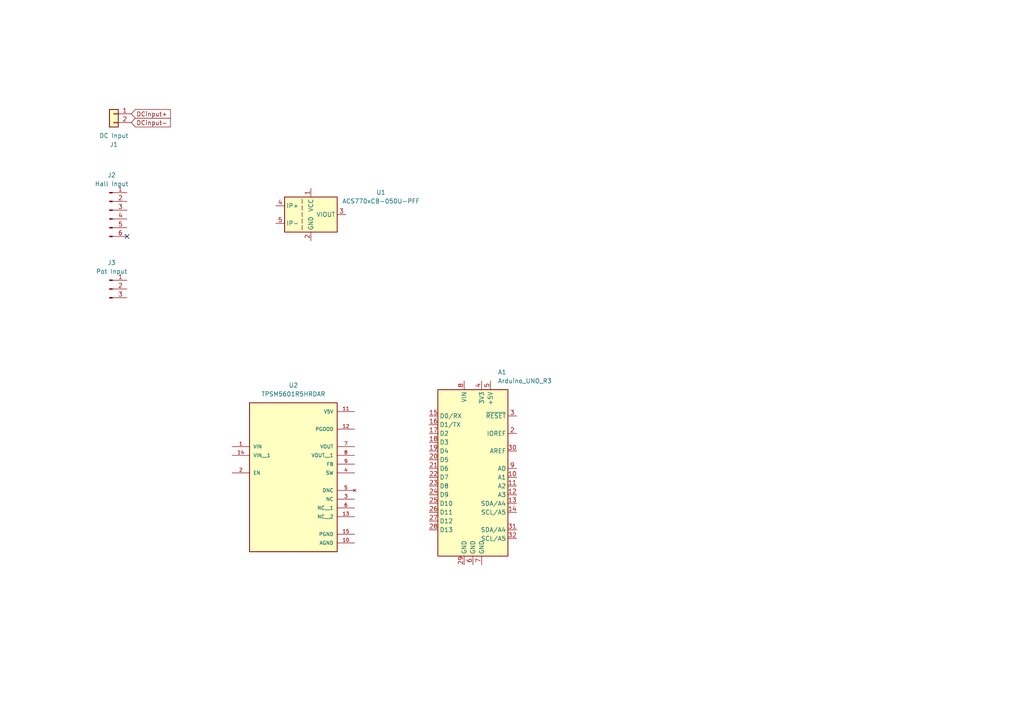
<source format=kicad_sch>
(kicad_sch (version 20250114) (generator "eeschema") (generator_version "9.0")
  (paper "A4")
  (lib_symbols
    (symbol "Connector:Conn_01x03_Pin" (pin_names (offset 1.016) (hide yes))
      (property "Reference" "J" (at 0 5.08 0))
      (property "Value" "Conn_01x03_Pin" (at 0 -5.08 0))
      (symbol "Conn_01x03_Pin_1_1"
        (rectangle (start 0.8636 2.667) (end 0 2.413) (stroke (width 0.1524)) (fill (type outline)))
        (rectangle (start 0.8636 0.127) (end 0 -0.127) (stroke (width 0.1524)) (fill (type outline)))
        (rectangle (start 0.8636 -2.413) (end 0 -2.667) (stroke (width 0.1524)) (fill (type outline)))
        (polyline (pts (xy 1.27 2.54) (xy 0.8636 2.54)) (stroke (width 0.1524)))
        (polyline (pts (xy 1.27 0) (xy 0.8636 0)) (stroke (width 0.1524)))
        (polyline (pts (xy 1.27 -2.54) (xy 0.8636 -2.54)) (stroke (width 0.1524)))
        (pin passive line (at 5.08 2.54 180) (length 3.81) (name "Pin_1") (number "1"))
        (pin passive line (at 5.08 0 180) (length 3.81) (name "Pin_2") (number "2"))
        (pin passive line (at 5.08 -2.54 180) (length 3.81) (name "Pin_3") (number "3"))
      )
    )
    (symbol "Connector:Conn_01x06_Pin" (pin_names (offset 1.016) (hide yes))
      (property "Reference" "J" (at 0 7.62 0))
      (property "Value" "Conn_01x06_Pin" (at 0 -10.16 0))
      (symbol "Conn_01x06_Pin_1_1"
        (rectangle (start 0.8636 5.207) (end 0 4.953) (stroke (width 0.1524)) (fill (type outline)))
        (rectangle (start 0.8636 2.667) (end 0 2.413) (stroke (width 0.1524)) (fill (type outline)))
        (rectangle (start 0.8636 0.127) (end 0 -0.127) (stroke (width 0.1524)) (fill (type outline)))
        (rectangle (start 0.8636 -2.413) (end 0 -2.667) (stroke (width 0.1524)) (fill (type outline)))
        (rectangle (start 0.8636 -4.953) (end 0 -5.207) (stroke (width 0.1524)) (fill (type outline)))
        (rectangle (start 0.8636 -7.493) (end 0 -7.747) (stroke (width 0.1524)) (fill (type outline)))
        (polyline (pts (xy 1.27 5.08) (xy 0.8636 5.08)) (stroke (width 0.1524)))
        (polyline (pts (xy 1.27 2.54) (xy 0.8636 2.54)) (stroke (width 0.1524)))
        (polyline (pts (xy 1.27 0) (xy 0.8636 0)) (stroke (width 0.1524)))
        (polyline (pts (xy 1.27 -2.54) (xy 0.8636 -2.54)) (stroke (width 0.1524)))
        (polyline (pts (xy 1.27 -5.08) (xy 0.8636 -5.08)) (stroke (width 0.1524)))
        (polyline (pts (xy 1.27 -7.62) (xy 0.8636 -7.62)) (stroke (width 0.1524)))
        (pin passive line (at 5.08 5.08 180) (length 3.81) (name "Pin_1") (number "1"))
        (pin passive line (at 5.08 2.54 180) (length 3.81) (name "Pin_2") (number "2"))
        (pin passive line (at 5.08 0 180) (length 3.81) (name "Pin_3") (number "3"))
        (pin passive line (at 5.08 -2.54 180) (length 3.81) (name "Pin_4") (number "4"))
        (pin passive line (at 5.08 -5.08 180) (length 3.81) (name "Pin_5") (number "5"))
        (pin passive line (at 5.08 -7.62 180) (length 3.81) (name "Pin_6") (number "6"))
      )
    )
    (symbol "Connector_Generic:Conn_01x02" (pin_names (offset 1.016) (hide yes))
      (property "Reference" "J" (at 0 2.54 0))
      (property "Value" "Conn_01x02" (at 0 -5.08 0))
      (symbol "Conn_01x02_1_1"
        (rectangle (start -1.27 1.27) (end 1.27 -3.81) (stroke (width 0.254)) (fill (type background)))
        (rectangle (start -1.27 0.127) (end 0 -0.127) (stroke (width 0.1524)))
        (rectangle (start -1.27 -2.413) (end 0 -2.667) (stroke (width 0.1524)))
        (pin passive line (at -5.08 0 0) (length 3.81) (name "Pin_1") (number "1"))
        (pin passive line (at -5.08 -2.54 0) (length 3.81) (name "Pin_2") (number "2"))
      )
    )
    (symbol "MCU_Module:Arduino_UNO_R3"
      (property "Reference" "A" (at -10.16 23.495 0))
      (property "Value" "Arduino_UNO_R3" (at 5.08 -26.67 0))
      (symbol "Arduino_UNO_R3_0_1"
        (rectangle (start -10.16 22.86) (end 10.16 -25.4) (stroke (width 0.254)) (fill (type background)))
      )
      (symbol "Arduino_UNO_R3_1_1"
        (pin bidirectional line (at -12.7 15.24 0) (length 2.54) (name "D0/RX") (number "15"))
        (pin bidirectional line (at -12.7 12.7 0) (length 2.54) (name "D1/TX") (number "16"))
        (pin bidirectional line (at -12.7 10.16 0) (length 2.54) (name "D2") (number "17"))
        (pin bidirectional line (at -12.7 7.62 0) (length 2.54) (name "D3") (number "18"))
        (pin bidirectional line (at -12.7 5.08 0) (length 2.54) (name "D4") (number "19"))
        (pin bidirectional line (at -12.7 2.54 0) (length 2.54) (name "D5") (number "20"))
        (pin bidirectional line (at -12.7 0 0) (length 2.54) (name "D6") (number "21"))
        (pin bidirectional line (at -12.7 -2.54 0) (length 2.54) (name "D7") (number "22"))
        (pin bidirectional line (at -12.7 -5.08 0) (length 2.54) (name "D8") (number "23"))
        (pin bidirectional line (at -12.7 -7.62 0) (length 2.54) (name "D9") (number "24"))
        (pin bidirectional line (at -12.7 -10.16 0) (length 2.54) (name "D10") (number "25"))
        (pin bidirectional line (at -12.7 -12.7 0) (length 2.54) (name "D11") (number "26"))
        (pin bidirectional line (at -12.7 -15.24 0) (length 2.54) (name "D12") (number "27"))
        (pin bidirectional line (at -12.7 -17.78 0) (length 2.54) (name "D13") (number "28"))
        (pin no_connect line (at -10.16 -20.32 0) (length 2.54) (hide yes) (name "NC") (number "1"))
        (pin power_in line (at -2.54 25.4 270) (length 2.54) (name "VIN") (number "8"))
        (pin power_in line (at -2.54 -27.94 90) (length 2.54) (name "GND") (number "29"))
        (pin power_in line (at 0 -27.94 90) (length 2.54) (name "GND") (number "6"))
        (pin power_out line (at 2.54 25.4 270) (length 2.54) (name "3V3") (number "4"))
        (pin power_in line (at 2.54 -27.94 90) (length 2.54) (name "GND") (number "7"))
        (pin power_out line (at 5.08 25.4 270) (length 2.54) (name "+5V") (number "5"))
        (pin input line (at 12.7 15.24 180) (length 2.54) (name "~{RESET}") (number "3"))
        (pin output line (at 12.7 10.16 180) (length 2.54) (name "IOREF") (number "2"))
        (pin input line (at 12.7 5.08 180) (length 2.54) (name "AREF") (number "30"))
        (pin bidirectional line (at 12.7 0 180) (length 2.54) (name "A0") (number "9"))
        (pin bidirectional line (at 12.7 -2.54 180) (length 2.54) (name "A1") (number "10"))
        (pin bidirectional line (at 12.7 -5.08 180) (length 2.54) (name "A2") (number "11"))
        (pin bidirectional line (at 12.7 -7.62 180) (length 2.54) (name "A3") (number "12"))
        (pin bidirectional line (at 12.7 -10.16 180) (length 2.54) (name "SDA/A4") (number "13"))
        (pin bidirectional line (at 12.7 -12.7 180) (length 2.54) (name "SCL/A5") (number "14"))
        (pin bidirectional line (at 12.7 -17.78 180) (length 2.54) (name "SDA/A4") (number "31"))
        (pin bidirectional line (at 12.7 -20.32 180) (length 2.54) (name "SCL/A5") (number "32"))
      )
    )
    (symbol "Sensor_Current:ACS770xCB-050U-PFF"
      (property "Reference" "U" (at -7.62 6.35 0))
      (property "Value" "ACS770xCB-050U-PFF" (at 2.54 6.35 0))
      (symbol "ACS770xCB-050U-PFF_0_1"
        (rectangle (start -7.62 5.08) (end 7.62 -5.08) (stroke (width 0.254)) (fill (type background)))
        (polyline (pts (xy -2.54 3.175) (xy -2.54 4.445)))
        (polyline (pts (xy -2.54 1.27) (xy -2.54 2.54)))
        (polyline (pts (xy -2.54 0.635) (xy -2.54 -0.635)))
        (polyline (pts (xy -2.54 -1.27) (xy -2.54 -2.54)))
        (polyline (pts (xy -2.54 -3.175) (xy -2.54 -4.445)))
      )
      (symbol "ACS770xCB-050U-PFF_1_1"
        (pin passive line (at -10.16 2.54 0) (length 2.54) (name "IP+") (number "4"))
        (pin passive line (at -10.16 -2.54 0) (length 2.54) (name "IP-") (number "5"))
        (pin power_in line (at 0 7.62 270) (length 2.54) (name "VCC") (number "1"))
        (pin power_in line (at 0 -7.62 90) (length 2.54) (name "GND") (number "2"))
        (pin output line (at 10.16 0 180) (length 2.54) (name "VIOUT") (number "3"))
      )
    )
    (symbol "TPSM5601R5HRDAR:TPSM5601R5HRDAR" (pin_names (offset 1.016))
      (property "Reference" "U" (at -12.7 18.542 0))
      (property "Value" "TPSM5601R5HRDAR" (at -12.7 -27.94 0))
      (symbol "TPSM5601R5HRDAR_0_0"
        (rectangle (start -12.7 -25.4) (end 12.7 17.78) (stroke (width 0.254)) (fill (type background)))
        (pin input line (at -17.78 5.08 0) (length 5.08) (name "VIN") (number "1"))
        (pin input line (at -17.78 2.54 0) (length 5.08) (name "VIN__1") (number "14"))
        (pin input line (at -17.78 -2.54 0) (length 5.08) (name "EN") (number "2"))
        (pin output line (at 17.78 15.24 180) (length 5.08) (name "V5V") (number "11"))
        (pin output line (at 17.78 10.16 180) (length 5.08) (name "PGOOD") (number "12"))
        (pin output line (at 17.78 5.08 180) (length 5.08) (name "VOUT") (number "7"))
        (pin output line (at 17.78 2.54 180) (length 5.08) (name "VOUT__1") (number "8"))
        (pin input line (at 17.78 0 180) (length 5.08) (name "FB") (number "9"))
        (pin output line (at 17.78 -2.54 180) (length 5.08) (name "SW") (number "4"))
        (pin no_connect line (at 17.78 -7.62 180) (length 5.08) (name "DNC") (number "5"))
        (pin passive line (at 17.78 -10.16 180) (length 5.08) (name "NC") (number "3"))
        (pin passive line (at 17.78 -12.7 180) (length 5.08) (name "NC__1") (number "6"))
        (pin passive line (at 17.78 -15.24 180) (length 5.08) (name "NC__2") (number "13"))
        (pin power_in line (at 17.78 -20.32 180) (length 5.08) (name "PGND") (number "15"))
        (pin power_in line (at 17.78 -22.86 180) (length 5.08) (name "AGND") (number "10"))
      )
    )
  )
  (no_connect (at 36.83 68.58))
  (global_label "DCinput-" (shape input) (at 38.1 35.56 0) (property "Intersheetrefs" "${INTERSHEET_REFS}" (effects (hide yes))))
  (global_label "DCinput+" (shape input) (at 38.1 33.02 0) (property "Intersheetrefs" "${INTERSHEET_REFS}" (effects (hide yes))))
  (symbol (lib_id "MCU_Module:Arduino_UNO_R3") (at 137.16 135.89 0) (unit 1)
    (property "Reference" "A1" (at 144.3833 107.95 0) (effects (justify left)))
    (property "Value" "Arduino_UNO_R3" (at 144.3833 110.49 0) (effects (justify left)))
    (property "Footprint" "Module:Arduino_UNO_R3" (effects (hide yes)))
    (property "Datasheet" "https://www.arduino.cc/en/Main/arduinoBoardUno" (effects (hide yes)))
    (property "Description" "Arduino UNO Microcontroller Module, release 3" (effects (hide yes)))
  )
  (symbol (lib_id "Connector:Conn_01x03_Pin") (at 31.75 83.82 0) (unit 1)
    (property "Reference" "J3" (at 32.385 76.2 0))
    (property "Value" "Pot Input" (at 32.385 78.74 0))
    (property "Description" "Generic connector, single row, 01x03, script generated" (effects (hide yes)))
  )
  (symbol (lib_id "TPSM5601R5HRDAR:TPSM5601R5HRDAR") (at 85.09 134.62 0) (unit 1)
    (property "Reference" "U2" (at 85.09 111.76 0))
    (property "Value" "TPSM5601R5HRDAR" (at 85.09 114.3 0))
    (property "Footprint" "TPSM5601R5HRDAR:IC_TPSM5601R5HRDAR" (effects (hide yes)))
    (property "PARTREV" "December 2020" (effects (hide yes)))
    (property "MANUFACTURER" "Texas Instruments" (effects (hide yes)))
    (property "MAXIMUM_PACKAGE_HEIGHT" "4.1 mm" (effects (hide yes)))
    (property "STANDARD" "Manufacturer Recommendations" (effects (hide yes)))
  )
  (symbol (lib_id "Connector:Conn_01x06_Pin") (at 31.75 60.96 0) (unit 1)
    (property "Reference" "J2" (at 32.385 50.8 0))
    (property "Value" "Hall Input" (at 32.385 53.34 0))
    (property "Description" "Generic connector, single row, 01x06, script generated" (effects (hide yes)))
  )
  (symbol (lib_id "Sensor_Current:ACS770xCB-050U-PFF") (at 90.17 62.23 0) (unit 1)
    (property "Reference" "U1" (at 110.49 55.8098 0))
    (property "Value" "ACS770xCB-050U-PFF" (at 110.49 58.3498 0))
    (property "Footprint" "Sensor_Current:Allegro_CB_PFF" (effects (hide yes)))
    (property "Datasheet" "http://www.allegromicro.com/~/media/Files/Datasheets/ACS758-Datasheet.ashx?la=en" (effects (hide yes)))
    (property "Description" "50A Unidirectional Hall-Effect Current Sensor, +5.0V supply, 80mV/A, CB-5 PFF" (effects (hide yes)))
  )
  (symbol (lib_id "Connector_Generic:Conn_01x02") (at 33.02 33.02 0) (mirror y) (unit 1)
    (property "Reference" "J1" (at 33.02 41.91 0))
    (property "Value" "DC Input" (at 33.02 39.37 0))
    (property "Description" "Generic connector, single row, 01x02, script generated (kicad-library-utils/schlib/autogen/connector/)" (effects (hide yes)))
  )
)
</source>
